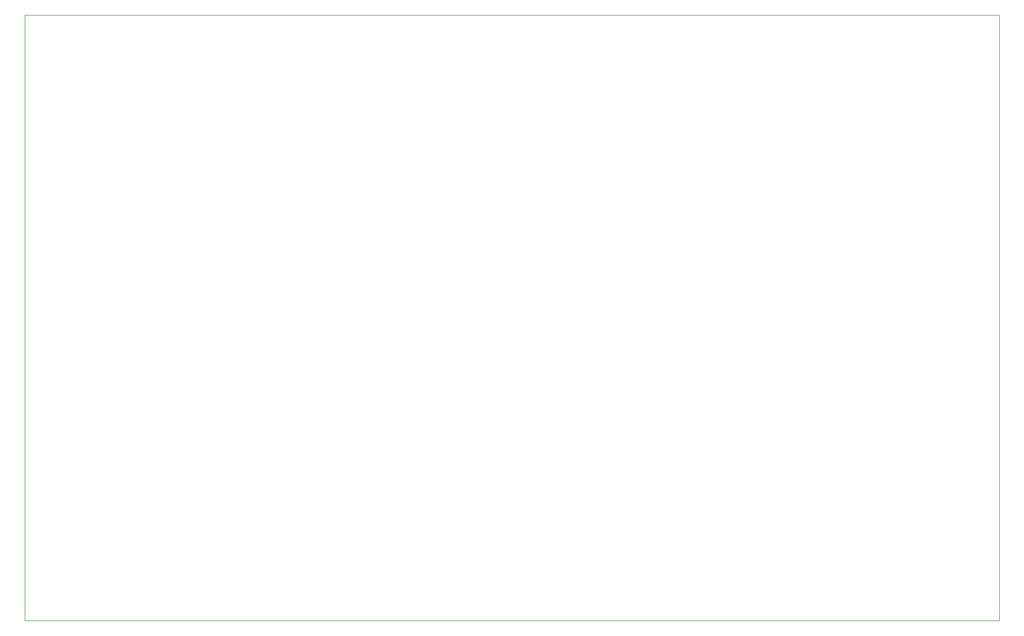
<source format=gm1>
G04 #@! TF.GenerationSoftware,KiCad,Pcbnew,5.1.4*
G04 #@! TF.CreationDate,2019-09-17T23:30:44+02:00*
G04 #@! TF.ProjectId,Supply-Board,53757070-6c79-42d4-926f-6172642e6b69,rev?*
G04 #@! TF.SameCoordinates,Original*
G04 #@! TF.FileFunction,Profile,NP*
%FSLAX46Y46*%
G04 Gerber Fmt 4.6, Leading zero omitted, Abs format (unit mm)*
G04 Created by KiCad (PCBNEW 5.1.4) date 2019-09-17 23:30:44*
%MOMM*%
%LPD*%
G04 APERTURE LIST*
%ADD10C,0.050000*%
G04 APERTURE END LIST*
D10*
X75000000Y-147250000D02*
X75000000Y-47750000D01*
X235000000Y-147250000D02*
X75000000Y-147250000D01*
X235000000Y-47750000D02*
X235000000Y-147250000D01*
X75000000Y-47750000D02*
X235000000Y-47750000D01*
M02*

</source>
